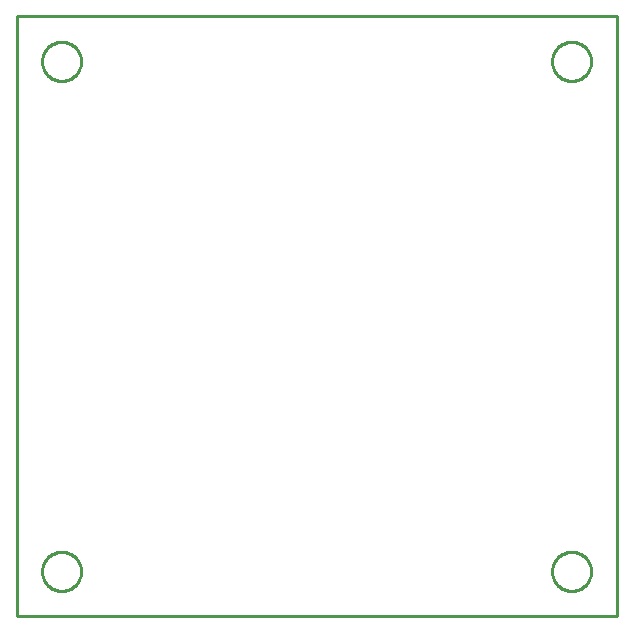
<source format=gbr>
G04 EAGLE Gerber RS-274X export*
G75*
%MOMM*%
%FSLAX34Y34*%
%LPD*%
%IN*%
%IPPOS*%
%AMOC8*
5,1,8,0,0,1.08239X$1,22.5*%
G01*
%ADD10C,0.254000*%


D10*
X679196Y533908D02*
X1187196Y533908D01*
X1187196Y1041908D01*
X679196Y1041908D01*
X679196Y533908D01*
X679196Y533908D02*
X1187196Y533908D01*
X1187196Y1041908D01*
X679196Y1041908D01*
X679196Y533908D01*
X1165606Y571468D02*
X1165535Y570389D01*
X1165394Y569317D01*
X1165183Y568257D01*
X1164904Y567213D01*
X1164556Y566189D01*
X1164142Y565191D01*
X1163664Y564221D01*
X1163124Y563285D01*
X1162523Y562386D01*
X1161865Y561529D01*
X1161153Y560716D01*
X1160388Y559952D01*
X1159575Y559239D01*
X1158718Y558581D01*
X1157819Y557980D01*
X1156883Y557440D01*
X1155913Y556962D01*
X1154915Y556548D01*
X1153891Y556200D01*
X1152847Y555921D01*
X1151787Y555710D01*
X1150715Y555569D01*
X1149636Y555498D01*
X1148556Y555498D01*
X1147477Y555569D01*
X1146405Y555710D01*
X1145345Y555921D01*
X1144301Y556200D01*
X1143277Y556548D01*
X1142279Y556962D01*
X1141309Y557440D01*
X1140373Y557980D01*
X1139474Y558581D01*
X1138617Y559239D01*
X1137804Y559952D01*
X1137040Y560716D01*
X1136327Y561529D01*
X1135669Y562386D01*
X1135068Y563285D01*
X1134528Y564221D01*
X1134050Y565191D01*
X1133636Y566189D01*
X1133288Y567213D01*
X1133009Y568257D01*
X1132798Y569317D01*
X1132657Y570389D01*
X1132586Y571468D01*
X1132586Y572548D01*
X1132657Y573627D01*
X1132798Y574699D01*
X1133009Y575759D01*
X1133288Y576803D01*
X1133636Y577827D01*
X1134050Y578825D01*
X1134528Y579795D01*
X1135068Y580731D01*
X1135669Y581630D01*
X1136327Y582487D01*
X1137040Y583300D01*
X1137804Y584065D01*
X1138617Y584777D01*
X1139474Y585435D01*
X1140373Y586036D01*
X1141309Y586576D01*
X1142279Y587054D01*
X1143277Y587468D01*
X1144301Y587816D01*
X1145345Y588095D01*
X1146405Y588306D01*
X1147477Y588447D01*
X1148556Y588518D01*
X1149636Y588518D01*
X1150715Y588447D01*
X1151787Y588306D01*
X1152847Y588095D01*
X1153891Y587816D01*
X1154915Y587468D01*
X1155913Y587054D01*
X1156883Y586576D01*
X1157819Y586036D01*
X1158718Y585435D01*
X1159575Y584777D01*
X1160388Y584065D01*
X1161153Y583300D01*
X1161865Y582487D01*
X1162523Y581630D01*
X1163124Y580731D01*
X1163664Y579795D01*
X1164142Y578825D01*
X1164556Y577827D01*
X1164904Y576803D01*
X1165183Y575759D01*
X1165394Y574699D01*
X1165535Y573627D01*
X1165606Y572548D01*
X1165606Y571468D01*
X733806Y571468D02*
X733735Y570389D01*
X733594Y569317D01*
X733383Y568257D01*
X733104Y567213D01*
X732756Y566189D01*
X732342Y565191D01*
X731864Y564221D01*
X731324Y563285D01*
X730723Y562386D01*
X730065Y561529D01*
X729353Y560716D01*
X728588Y559952D01*
X727775Y559239D01*
X726918Y558581D01*
X726019Y557980D01*
X725083Y557440D01*
X724113Y556962D01*
X723115Y556548D01*
X722091Y556200D01*
X721047Y555921D01*
X719987Y555710D01*
X718915Y555569D01*
X717836Y555498D01*
X716756Y555498D01*
X715677Y555569D01*
X714605Y555710D01*
X713545Y555921D01*
X712501Y556200D01*
X711477Y556548D01*
X710479Y556962D01*
X709509Y557440D01*
X708573Y557980D01*
X707674Y558581D01*
X706817Y559239D01*
X706004Y559952D01*
X705240Y560716D01*
X704527Y561529D01*
X703869Y562386D01*
X703268Y563285D01*
X702728Y564221D01*
X702250Y565191D01*
X701836Y566189D01*
X701488Y567213D01*
X701209Y568257D01*
X700998Y569317D01*
X700857Y570389D01*
X700786Y571468D01*
X700786Y572548D01*
X700857Y573627D01*
X700998Y574699D01*
X701209Y575759D01*
X701488Y576803D01*
X701836Y577827D01*
X702250Y578825D01*
X702728Y579795D01*
X703268Y580731D01*
X703869Y581630D01*
X704527Y582487D01*
X705240Y583300D01*
X706004Y584065D01*
X706817Y584777D01*
X707674Y585435D01*
X708573Y586036D01*
X709509Y586576D01*
X710479Y587054D01*
X711477Y587468D01*
X712501Y587816D01*
X713545Y588095D01*
X714605Y588306D01*
X715677Y588447D01*
X716756Y588518D01*
X717836Y588518D01*
X718915Y588447D01*
X719987Y588306D01*
X721047Y588095D01*
X722091Y587816D01*
X723115Y587468D01*
X724113Y587054D01*
X725083Y586576D01*
X726019Y586036D01*
X726918Y585435D01*
X727775Y584777D01*
X728588Y584065D01*
X729353Y583300D01*
X730065Y582487D01*
X730723Y581630D01*
X731324Y580731D01*
X731864Y579795D01*
X732342Y578825D01*
X732756Y577827D01*
X733104Y576803D01*
X733383Y575759D01*
X733594Y574699D01*
X733735Y573627D01*
X733806Y572548D01*
X733806Y571468D01*
X733806Y1003268D02*
X733735Y1002189D01*
X733594Y1001117D01*
X733383Y1000057D01*
X733104Y999013D01*
X732756Y997989D01*
X732342Y996991D01*
X731864Y996021D01*
X731324Y995085D01*
X730723Y994186D01*
X730065Y993329D01*
X729353Y992516D01*
X728588Y991752D01*
X727775Y991039D01*
X726918Y990381D01*
X726019Y989780D01*
X725083Y989240D01*
X724113Y988762D01*
X723115Y988348D01*
X722091Y988000D01*
X721047Y987721D01*
X719987Y987510D01*
X718915Y987369D01*
X717836Y987298D01*
X716756Y987298D01*
X715677Y987369D01*
X714605Y987510D01*
X713545Y987721D01*
X712501Y988000D01*
X711477Y988348D01*
X710479Y988762D01*
X709509Y989240D01*
X708573Y989780D01*
X707674Y990381D01*
X706817Y991039D01*
X706004Y991752D01*
X705240Y992516D01*
X704527Y993329D01*
X703869Y994186D01*
X703268Y995085D01*
X702728Y996021D01*
X702250Y996991D01*
X701836Y997989D01*
X701488Y999013D01*
X701209Y1000057D01*
X700998Y1001117D01*
X700857Y1002189D01*
X700786Y1003268D01*
X700786Y1004348D01*
X700857Y1005427D01*
X700998Y1006499D01*
X701209Y1007559D01*
X701488Y1008603D01*
X701836Y1009627D01*
X702250Y1010625D01*
X702728Y1011595D01*
X703268Y1012531D01*
X703869Y1013430D01*
X704527Y1014287D01*
X705240Y1015100D01*
X706004Y1015865D01*
X706817Y1016577D01*
X707674Y1017235D01*
X708573Y1017836D01*
X709509Y1018376D01*
X710479Y1018854D01*
X711477Y1019268D01*
X712501Y1019616D01*
X713545Y1019895D01*
X714605Y1020106D01*
X715677Y1020247D01*
X716756Y1020318D01*
X717836Y1020318D01*
X718915Y1020247D01*
X719987Y1020106D01*
X721047Y1019895D01*
X722091Y1019616D01*
X723115Y1019268D01*
X724113Y1018854D01*
X725083Y1018376D01*
X726019Y1017836D01*
X726918Y1017235D01*
X727775Y1016577D01*
X728588Y1015865D01*
X729353Y1015100D01*
X730065Y1014287D01*
X730723Y1013430D01*
X731324Y1012531D01*
X731864Y1011595D01*
X732342Y1010625D01*
X732756Y1009627D01*
X733104Y1008603D01*
X733383Y1007559D01*
X733594Y1006499D01*
X733735Y1005427D01*
X733806Y1004348D01*
X733806Y1003268D01*
X1165606Y1003268D02*
X1165535Y1002189D01*
X1165394Y1001117D01*
X1165183Y1000057D01*
X1164904Y999013D01*
X1164556Y997989D01*
X1164142Y996991D01*
X1163664Y996021D01*
X1163124Y995085D01*
X1162523Y994186D01*
X1161865Y993329D01*
X1161153Y992516D01*
X1160388Y991752D01*
X1159575Y991039D01*
X1158718Y990381D01*
X1157819Y989780D01*
X1156883Y989240D01*
X1155913Y988762D01*
X1154915Y988348D01*
X1153891Y988000D01*
X1152847Y987721D01*
X1151787Y987510D01*
X1150715Y987369D01*
X1149636Y987298D01*
X1148556Y987298D01*
X1147477Y987369D01*
X1146405Y987510D01*
X1145345Y987721D01*
X1144301Y988000D01*
X1143277Y988348D01*
X1142279Y988762D01*
X1141309Y989240D01*
X1140373Y989780D01*
X1139474Y990381D01*
X1138617Y991039D01*
X1137804Y991752D01*
X1137040Y992516D01*
X1136327Y993329D01*
X1135669Y994186D01*
X1135068Y995085D01*
X1134528Y996021D01*
X1134050Y996991D01*
X1133636Y997989D01*
X1133288Y999013D01*
X1133009Y1000057D01*
X1132798Y1001117D01*
X1132657Y1002189D01*
X1132586Y1003268D01*
X1132586Y1004348D01*
X1132657Y1005427D01*
X1132798Y1006499D01*
X1133009Y1007559D01*
X1133288Y1008603D01*
X1133636Y1009627D01*
X1134050Y1010625D01*
X1134528Y1011595D01*
X1135068Y1012531D01*
X1135669Y1013430D01*
X1136327Y1014287D01*
X1137040Y1015100D01*
X1137804Y1015865D01*
X1138617Y1016577D01*
X1139474Y1017235D01*
X1140373Y1017836D01*
X1141309Y1018376D01*
X1142279Y1018854D01*
X1143277Y1019268D01*
X1144301Y1019616D01*
X1145345Y1019895D01*
X1146405Y1020106D01*
X1147477Y1020247D01*
X1148556Y1020318D01*
X1149636Y1020318D01*
X1150715Y1020247D01*
X1151787Y1020106D01*
X1152847Y1019895D01*
X1153891Y1019616D01*
X1154915Y1019268D01*
X1155913Y1018854D01*
X1156883Y1018376D01*
X1157819Y1017836D01*
X1158718Y1017235D01*
X1159575Y1016577D01*
X1160388Y1015865D01*
X1161153Y1015100D01*
X1161865Y1014287D01*
X1162523Y1013430D01*
X1163124Y1012531D01*
X1163664Y1011595D01*
X1164142Y1010625D01*
X1164556Y1009627D01*
X1164904Y1008603D01*
X1165183Y1007559D01*
X1165394Y1006499D01*
X1165535Y1005427D01*
X1165606Y1004348D01*
X1165606Y1003268D01*
M02*

</source>
